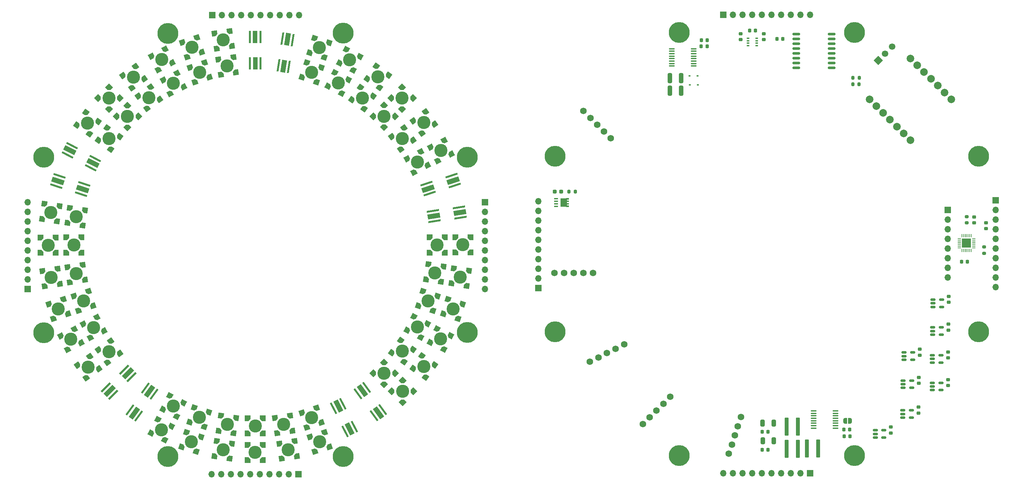
<source format=gbr>
%TF.GenerationSoftware,KiCad,Pcbnew,(6.0.9)*%
%TF.CreationDate,2022-12-31T16:19:11-08:00*%
%TF.ProjectId,LEDArray,4c454441-7272-4617-992e-6b696361645f,rev?*%
%TF.SameCoordinates,Original*%
%TF.FileFunction,Soldermask,Top*%
%TF.FilePolarity,Negative*%
%FSLAX46Y46*%
G04 Gerber Fmt 4.6, Leading zero omitted, Abs format (unit mm)*
G04 Created by KiCad (PCBNEW (6.0.9)) date 2022-12-31 16:19:11*
%MOMM*%
%LPD*%
G01*
G04 APERTURE LIST*
G04 Aperture macros list*
%AMRoundRect*
0 Rectangle with rounded corners*
0 $1 Rounding radius*
0 $2 $3 $4 $5 $6 $7 $8 $9 X,Y pos of 4 corners*
0 Add a 4 corners polygon primitive as box body*
4,1,4,$2,$3,$4,$5,$6,$7,$8,$9,$2,$3,0*
0 Add four circle primitives for the rounded corners*
1,1,$1+$1,$2,$3*
1,1,$1+$1,$4,$5*
1,1,$1+$1,$6,$7*
1,1,$1+$1,$8,$9*
0 Add four rect primitives between the rounded corners*
20,1,$1+$1,$2,$3,$4,$5,0*
20,1,$1+$1,$4,$5,$6,$7,0*
20,1,$1+$1,$6,$7,$8,$9,0*
20,1,$1+$1,$8,$9,$2,$3,0*%
%AMHorizOval*
0 Thick line with rounded ends*
0 $1 width*
0 $2 $3 position (X,Y) of the first rounded end (center of the circle)*
0 $4 $5 position (X,Y) of the second rounded end (center of the circle)*
0 Add line between two ends*
20,1,$1,$2,$3,$4,$5,0*
0 Add two circle primitives to create the rounded ends*
1,1,$1,$2,$3*
1,1,$1,$4,$5*%
%AMRotRect*
0 Rectangle, with rotation*
0 The origin of the aperture is its center*
0 $1 length*
0 $2 width*
0 $3 Rotation angle, in degrees counterclockwise*
0 Add horizontal line*
21,1,$1,$2,0,0,$3*%
%AMOutline5P*
0 Free polygon, 5 corners , with rotation*
0 The origin of the aperture is its center*
0 number of corners: always 5*
0 $1 to $10 corner X, Y*
0 $11 Rotation angle, in degrees counterclockwise*
0 create outline with 5 corners*
4,1,5,$1,$2,$3,$4,$5,$6,$7,$8,$9,$10,$1,$2,$11*%
%AMOutline6P*
0 Free polygon, 6 corners , with rotation*
0 The origin of the aperture is its center*
0 number of corners: always 6*
0 $1 to $12 corner X, Y*
0 $13 Rotation angle, in degrees counterclockwise*
0 create outline with 6 corners*
4,1,6,$1,$2,$3,$4,$5,$6,$7,$8,$9,$10,$11,$12,$1,$2,$13*%
%AMOutline7P*
0 Free polygon, 7 corners , with rotation*
0 The origin of the aperture is its center*
0 number of corners: always 7*
0 $1 to $14 corner X, Y*
0 $15 Rotation angle, in degrees counterclockwise*
0 create outline with 7 corners*
4,1,7,$1,$2,$3,$4,$5,$6,$7,$8,$9,$10,$11,$12,$13,$14,$1,$2,$15*%
%AMOutline8P*
0 Free polygon, 8 corners , with rotation*
0 The origin of the aperture is its center*
0 number of corners: always 8*
0 $1 to $16 corner X, Y*
0 $17 Rotation angle, in degrees counterclockwise*
0 create outline with 8 corners*
4,1,8,$1,$2,$3,$4,$5,$6,$7,$8,$9,$10,$11,$12,$13,$14,$15,$16,$1,$2,$17*%
%AMFreePoly0*
4,1,22,0.500000,-0.750000,0.000000,-0.750000,0.000000,-0.745033,-0.079941,-0.743568,-0.215256,-0.701293,-0.333266,-0.622738,-0.424486,-0.514219,-0.481581,-0.384460,-0.499164,-0.250000,-0.500000,-0.250000,-0.500000,0.250000,-0.499164,0.250000,-0.499963,0.256109,-0.478152,0.396186,-0.417904,0.524511,-0.324060,0.630769,-0.204165,0.706417,-0.067858,0.745374,0.000000,0.744959,0.000000,0.750000,
0.500000,0.750000,0.500000,-0.750000,0.500000,-0.750000,$1*%
%AMFreePoly1*
4,1,20,0.000000,0.744959,0.073905,0.744508,0.209726,0.703889,0.328688,0.626782,0.421226,0.519385,0.479903,0.390333,0.500000,0.250000,0.500000,-0.250000,0.499851,-0.262216,0.476331,-0.402017,0.414519,-0.529596,0.319384,-0.634700,0.198574,-0.708877,0.061801,-0.746166,0.000000,-0.745033,0.000000,-0.750000,-0.500000,-0.750000,-0.500000,0.750000,0.000000,0.750000,0.000000,0.744959,
0.000000,0.744959,$1*%
%AMFreePoly2*
4,1,21,1.372500,0.787500,0.862500,0.787500,0.862500,0.532500,1.372500,0.532500,1.372500,0.127500,0.862500,0.127500,0.862500,-0.127500,1.372500,-0.127500,1.372500,-0.532500,0.862500,-0.532500,0.862500,-0.787500,1.372500,-0.787500,1.372500,-1.195000,0.612500,-1.195000,0.612500,-1.117500,-0.862500,-1.117500,-0.862500,1.117500,0.612500,1.117500,0.612500,1.195000,1.372500,1.195000,
1.372500,0.787500,1.372500,0.787500,$1*%
G04 Aperture macros list end*
%ADD10RoundRect,0.225000X-0.225000X-0.250000X0.225000X-0.250000X0.225000X0.250000X-0.225000X0.250000X0*%
%ADD11RoundRect,0.225000X0.250000X-0.225000X0.250000X0.225000X-0.250000X0.225000X-0.250000X-0.225000X0*%
%ADD12RoundRect,0.250000X-0.275000X-2.125000X0.275000X-2.125000X0.275000X2.125000X-0.275000X2.125000X0*%
%ADD13C,5.500000*%
%ADD14Outline5P,-0.735000X0.735000X0.220500X0.735000X0.735000X0.220500X0.735000X-0.735000X-0.735000X-0.735000X153.000000*%
%ADD15Outline5P,-0.735000X0.735000X0.220500X0.735000X0.735000X0.220500X0.735000X-0.735000X-0.735000X-0.735000X63.000000*%
%ADD16Outline5P,-0.735000X0.735000X0.735000X0.735000X0.735000X-0.220500X0.220500X-0.735000X-0.735000X-0.735000X333.000000*%
%ADD17Outline5P,-0.735000X0.735000X0.220500X0.735000X0.735000X0.220500X0.735000X-0.735000X-0.735000X-0.735000X333.000000*%
%ADD18C,0.800000*%
%ADD19C,3.450000*%
%ADD20R,1.700000X1.700000*%
%ADD21O,1.700000X1.700000*%
%ADD22R,0.600000X0.450000*%
%ADD23RoundRect,0.150000X-0.875000X-0.150000X0.875000X-0.150000X0.875000X0.150000X-0.875000X0.150000X0*%
%ADD24RoundRect,0.150000X-0.512500X-0.150000X0.512500X-0.150000X0.512500X0.150000X-0.512500X0.150000X0*%
%ADD25Outline5P,-0.735000X0.735000X0.220500X0.735000X0.735000X0.220500X0.735000X-0.735000X-0.735000X-0.735000X54.000000*%
%ADD26Outline5P,-0.735000X0.735000X0.220500X0.735000X0.735000X0.220500X0.735000X-0.735000X-0.735000X-0.735000X144.000000*%
%ADD27Outline5P,-0.735000X0.735000X0.735000X0.735000X0.735000X-0.220500X0.220500X-0.735000X-0.735000X-0.735000X324.000000*%
%ADD28Outline5P,-0.735000X0.735000X0.220500X0.735000X0.735000X0.220500X0.735000X-0.735000X-0.735000X-0.735000X324.000000*%
%ADD29Outline5P,-0.735000X0.735000X0.220500X0.735000X0.735000X0.220500X0.735000X-0.735000X-0.735000X-0.735000X270.000000*%
%ADD30Outline5P,-0.735000X0.735000X0.220500X0.735000X0.735000X0.220500X0.735000X-0.735000X-0.735000X-0.735000X180.000000*%
%ADD31Outline5P,-0.735000X0.735000X0.220500X0.735000X0.735000X0.220500X0.735000X-0.735000X-0.735000X-0.735000X90.000000*%
%ADD32Outline5P,-0.735000X0.735000X0.735000X0.735000X0.735000X-0.220500X0.220500X-0.735000X-0.735000X-0.735000X90.000000*%
%ADD33Outline5P,-0.735000X0.735000X0.220500X0.735000X0.735000X0.220500X0.735000X-0.735000X-0.735000X-0.735000X288.000000*%
%ADD34Outline5P,-0.735000X0.735000X0.220500X0.735000X0.735000X0.220500X0.735000X-0.735000X-0.735000X-0.735000X18.000000*%
%ADD35Outline5P,-0.735000X0.735000X0.735000X0.735000X0.735000X-0.220500X0.220500X-0.735000X-0.735000X-0.735000X198.000000*%
%ADD36Outline5P,-0.735000X0.735000X0.220500X0.735000X0.735000X0.220500X0.735000X-0.735000X-0.735000X-0.735000X198.000000*%
%ADD37Outline5P,-0.735000X0.735000X0.220500X0.735000X0.735000X0.220500X0.735000X-0.735000X-0.735000X-0.735000X27.000000*%
%ADD38Outline5P,-0.735000X0.735000X0.220500X0.735000X0.735000X0.220500X0.735000X-0.735000X-0.735000X-0.735000X117.000000*%
%ADD39Outline5P,-0.735000X0.735000X0.735000X0.735000X0.735000X-0.220500X0.220500X-0.735000X-0.735000X-0.735000X297.000000*%
%ADD40Outline5P,-0.735000X0.735000X0.220500X0.735000X0.735000X0.220500X0.735000X-0.735000X-0.735000X-0.735000X297.000000*%
%ADD41Outline5P,-0.735000X0.735000X0.220500X0.735000X0.735000X0.220500X0.735000X-0.735000X-0.735000X-0.735000X234.000000*%
%ADD42Outline5P,-0.735000X0.735000X0.735000X0.735000X0.735000X-0.220500X0.220500X-0.735000X-0.735000X-0.735000X234.000000*%
%ADD43Outline5P,-0.735000X0.735000X0.220500X0.735000X0.735000X0.220500X0.735000X-0.735000X-0.735000X-0.735000X9.000000*%
%ADD44Outline5P,-0.735000X0.735000X0.220500X0.735000X0.735000X0.220500X0.735000X-0.735000X-0.735000X-0.735000X279.000000*%
%ADD45Outline5P,-0.735000X0.735000X0.735000X0.735000X0.735000X-0.220500X0.220500X-0.735000X-0.735000X-0.735000X189.000000*%
%ADD46Outline5P,-0.735000X0.735000X0.220500X0.735000X0.735000X0.220500X0.735000X-0.735000X-0.735000X-0.735000X189.000000*%
%ADD47Outline5P,-0.735000X0.735000X0.220500X0.735000X0.735000X0.220500X0.735000X-0.735000X-0.735000X-0.735000X315.000000*%
%ADD48Outline5P,-0.735000X0.735000X0.220500X0.735000X0.735000X0.220500X0.735000X-0.735000X-0.735000X-0.735000X45.000000*%
%ADD49Outline5P,-0.735000X0.735000X0.220500X0.735000X0.735000X0.220500X0.735000X-0.735000X-0.735000X-0.735000X225.000000*%
%ADD50Outline5P,-0.735000X0.735000X0.735000X0.735000X0.735000X-0.220500X0.220500X-0.735000X-0.735000X-0.735000X225.000000*%
%ADD51Outline5P,-0.735000X0.735000X0.220500X0.735000X0.735000X0.220500X0.735000X-0.735000X-0.735000X-0.735000X243.000000*%
%ADD52Outline5P,-0.735000X0.735000X0.735000X0.735000X0.735000X-0.220500X0.220500X-0.735000X-0.735000X-0.735000X243.000000*%
%ADD53Outline5P,-0.735000X0.735000X0.220500X0.735000X0.735000X0.220500X0.735000X-0.735000X-0.735000X-0.735000X351.000000*%
%ADD54Outline5P,-0.735000X0.735000X0.220500X0.735000X0.735000X0.220500X0.735000X-0.735000X-0.735000X-0.735000X261.000000*%
%ADD55Outline5P,-0.735000X0.735000X0.735000X0.735000X0.735000X-0.220500X0.220500X-0.735000X-0.735000X-0.735000X171.000000*%
%ADD56Outline5P,-0.735000X0.735000X0.220500X0.735000X0.735000X0.220500X0.735000X-0.735000X-0.735000X-0.735000X171.000000*%
%ADD57RoundRect,0.225000X-0.250000X0.225000X-0.250000X-0.225000X0.250000X-0.225000X0.250000X0.225000X0*%
%ADD58RotRect,0.500000X3.250000X135.000000*%
%ADD59RotRect,1.300000X3.250000X135.000000*%
%ADD60Outline5P,-0.735000X0.735000X0.220500X0.735000X0.735000X0.220500X0.735000X-0.735000X-0.735000X-0.735000X0.000000*%
%ADD61Outline5P,-0.735000X0.735000X0.735000X0.735000X0.735000X-0.220500X0.220500X-0.735000X-0.735000X-0.735000X180.000000*%
%ADD62RoundRect,0.200000X-0.275000X0.200000X-0.275000X-0.200000X0.275000X-0.200000X0.275000X0.200000X0*%
%ADD63RoundRect,0.200000X-0.200000X-0.275000X0.200000X-0.275000X0.200000X0.275000X-0.200000X0.275000X0*%
%ADD64RoundRect,0.050000X0.050000X-0.362500X0.050000X0.362500X-0.050000X0.362500X-0.050000X-0.362500X0*%
%ADD65RoundRect,0.050000X0.362500X-0.050000X0.362500X0.050000X-0.362500X0.050000X-0.362500X-0.050000X0*%
%ADD66R,2.350000X2.350000*%
%ADD67Outline5P,-0.735000X0.735000X0.220500X0.735000X0.735000X0.220500X0.735000X-0.735000X-0.735000X-0.735000X99.000000*%
%ADD68Outline5P,-0.735000X0.735000X0.735000X0.735000X0.735000X-0.220500X0.220500X-0.735000X-0.735000X-0.735000X9.000000*%
%ADD69Outline5P,-0.735000X0.735000X0.220500X0.735000X0.735000X0.220500X0.735000X-0.735000X-0.735000X-0.735000X216.000000*%
%ADD70Outline5P,-0.735000X0.735000X0.220500X0.735000X0.735000X0.220500X0.735000X-0.735000X-0.735000X-0.735000X126.000000*%
%ADD71Outline5P,-0.735000X0.735000X0.735000X0.735000X0.735000X-0.220500X0.220500X-0.735000X-0.735000X-0.735000X36.000000*%
%ADD72Outline5P,-0.735000X0.735000X0.220500X0.735000X0.735000X0.220500X0.735000X-0.735000X-0.735000X-0.735000X36.000000*%
%ADD73Outline5P,-0.735000X0.735000X0.220500X0.735000X0.735000X0.220500X0.735000X-0.735000X-0.735000X-0.735000X108.000000*%
%ADD74Outline5P,-0.735000X0.735000X0.735000X0.735000X0.735000X-0.220500X0.220500X-0.735000X-0.735000X-0.735000X108.000000*%
%ADD75RotRect,0.500000X3.300000X144.000000*%
%ADD76RotRect,1.300000X3.300000X144.000000*%
%ADD77Outline5P,-0.735000X0.735000X0.735000X0.735000X0.735000X-0.220500X0.220500X-0.735000X-0.735000X-0.735000X270.000000*%
%ADD78Outline5P,-0.735000X0.735000X0.735000X0.735000X0.735000X-0.220500X0.220500X-0.735000X-0.735000X-0.735000X18.000000*%
%ADD79C,1.750000*%
%ADD80Outline5P,-0.735000X0.735000X0.735000X0.735000X0.735000X-0.220500X0.220500X-0.735000X-0.735000X-0.735000X153.000000*%
%ADD81RoundRect,0.237500X0.287500X0.237500X-0.287500X0.237500X-0.287500X-0.237500X0.287500X-0.237500X0*%
%ADD82Outline5P,-0.735000X0.735000X0.220500X0.735000X0.735000X0.220500X0.735000X-0.735000X-0.735000X-0.735000X81.000000*%
%ADD83Outline5P,-0.735000X0.735000X0.735000X0.735000X0.735000X-0.220500X0.220500X-0.735000X-0.735000X-0.735000X261.000000*%
%ADD84RotRect,0.500000X3.250000X279.000000*%
%ADD85RotRect,1.300000X3.250000X279.000000*%
%ADD86RoundRect,0.100000X-0.637500X-0.100000X0.637500X-0.100000X0.637500X0.100000X-0.637500X0.100000X0*%
%ADD87Outline5P,-0.735000X0.735000X0.735000X0.735000X0.735000X-0.220500X0.220500X-0.735000X-0.735000X-0.735000X81.000000*%
%ADD88RoundRect,0.250000X-0.312500X-1.075000X0.312500X-1.075000X0.312500X1.075000X-0.312500X1.075000X0*%
%ADD89RoundRect,0.250000X-0.325000X-0.650000X0.325000X-0.650000X0.325000X0.650000X-0.325000X0.650000X0*%
%ADD90Outline5P,-0.735000X0.735000X0.220500X0.735000X0.735000X0.220500X0.735000X-0.735000X-0.735000X-0.735000X162.000000*%
%ADD91Outline5P,-0.735000X0.735000X0.220500X0.735000X0.735000X0.220500X0.735000X-0.735000X-0.735000X-0.735000X72.000000*%
%ADD92Outline5P,-0.735000X0.735000X0.735000X0.735000X0.735000X-0.220500X0.220500X-0.735000X-0.735000X-0.735000X342.000000*%
%ADD93Outline5P,-0.735000X0.735000X0.220500X0.735000X0.735000X0.220500X0.735000X-0.735000X-0.735000X-0.735000X342.000000*%
%ADD94RotRect,0.500000X3.300000X216.000000*%
%ADD95RotRect,1.300000X3.300000X216.000000*%
%ADD96Outline5P,-0.735000X0.735000X0.735000X0.735000X0.735000X-0.220500X0.220500X-0.735000X-0.735000X-0.735000X252.000000*%
%ADD97Outline5P,-0.735000X0.735000X0.220500X0.735000X0.735000X0.220500X0.735000X-0.735000X-0.735000X-0.735000X252.000000*%
%ADD98RoundRect,0.250000X0.275000X2.125000X-0.275000X2.125000X-0.275000X-2.125000X0.275000X-2.125000X0*%
%ADD99RoundRect,0.225000X0.225000X0.250000X-0.225000X0.250000X-0.225000X-0.250000X0.225000X-0.250000X0*%
%ADD100RotRect,0.500000X3.250000X63.000000*%
%ADD101RotRect,1.300000X3.250000X63.000000*%
%ADD102R,0.500000X3.300000*%
%ADD103R,1.300000X3.300000*%
%ADD104RotRect,0.500000X3.300000X288.000000*%
%ADD105RotRect,1.300000X3.300000X288.000000*%
%ADD106Outline5P,-0.735000X0.735000X0.220500X0.735000X0.735000X0.220500X0.735000X-0.735000X-0.735000X-0.735000X207.000000*%
%ADD107Outline5P,-0.735000X0.735000X0.735000X0.735000X0.735000X-0.220500X0.220500X-0.735000X-0.735000X-0.735000X27.000000*%
%ADD108Outline5P,-0.735000X0.735000X0.220500X0.735000X0.735000X0.220500X0.735000X-0.735000X-0.735000X-0.735000X135.000000*%
%ADD109Outline5P,-0.735000X0.735000X0.735000X0.735000X0.735000X-0.220500X0.220500X-0.735000X-0.735000X-0.735000X45.000000*%
%ADD110Outline5P,-0.735000X0.735000X0.735000X0.735000X0.735000X-0.220500X0.220500X-0.735000X-0.735000X-0.735000X117.000000*%
%ADD111FreePoly0,0.000000*%
%ADD112FreePoly1,0.000000*%
%ADD113Outline5P,-0.735000X0.735000X0.735000X0.735000X0.735000X-0.220500X0.220500X-0.735000X-0.735000X-0.735000X54.000000*%
%ADD114Outline5P,-0.735000X0.735000X0.735000X0.735000X0.735000X-0.220500X0.220500X-0.735000X-0.735000X-0.735000X162.000000*%
%ADD115RoundRect,0.200000X0.200000X0.275000X-0.200000X0.275000X-0.200000X-0.275000X0.200000X-0.275000X0*%
%ADD116RotRect,0.500000X3.300000X72.000000*%
%ADD117RotRect,1.300000X3.300000X72.000000*%
%ADD118RotRect,0.500000X3.250000X351.000000*%
%ADD119RotRect,1.300000X3.250000X351.000000*%
%ADD120Outline5P,-0.735000X0.735000X0.220500X0.735000X0.735000X0.220500X0.735000X-0.735000X-0.735000X-0.735000X306.000000*%
%ADD121Outline5P,-0.735000X0.735000X0.735000X0.735000X0.735000X-0.220500X0.220500X-0.735000X-0.735000X-0.735000X126.000000*%
%ADD122Outline5P,-0.735000X0.735000X0.735000X0.735000X0.735000X-0.220500X0.220500X-0.735000X-0.735000X-0.735000X315.000000*%
%ADD123Outline5P,-0.735000X0.735000X0.735000X0.735000X0.735000X-0.220500X0.220500X-0.735000X-0.735000X-0.735000X99.000000*%
%ADD124Outline5P,-0.735000X0.735000X0.735000X0.735000X0.735000X-0.220500X0.220500X-0.735000X-0.735000X-0.735000X306.000000*%
%ADD125RotRect,0.500000X3.250000X207.000000*%
%ADD126RotRect,1.300000X3.250000X207.000000*%
%ADD127C,2.000000*%
%ADD128R,0.700000X0.350000*%
%ADD129RotRect,1.700000X1.700000X135.000000*%
%ADD130HorizOval,1.700000X0.000000X0.000000X0.000000X0.000000X0*%
%ADD131R,0.990000X0.405000*%
%ADD132FreePoly2,0.000000*%
G04 APERTURE END LIST*
D10*
%TO.C,C17*%
X199500000Y-28900000D03*
X201050000Y-28900000D03*
%TD*%
D11*
%TO.C,C37*%
X256950000Y-111875001D03*
X256950000Y-110325001D03*
%TD*%
D12*
%TO.C,R17*%
X227275000Y-136425000D03*
X230225000Y-136425000D03*
%TD*%
D10*
%TO.C,C16*%
X199450000Y-30550000D03*
X201000000Y-30550000D03*
%TD*%
D13*
%TO.C,H7*%
X105200000Y-138600000D03*
%TD*%
D14*
%TO.C,D45*%
X109589994Y-33225968D03*
D15*
X107774032Y-36789994D03*
D16*
X106025968Y-31410006D03*
D17*
X104210006Y-34974032D03*
D18*
X106900000Y-34100000D03*
D19*
X106900000Y-34100000D03*
%TD*%
D20*
%TO.C,J4*%
X22100000Y-94425000D03*
D21*
X22100000Y-91885000D03*
X22100000Y-89345000D03*
X22100000Y-86805000D03*
X22100000Y-84265000D03*
X22100000Y-81725000D03*
X22100000Y-79185000D03*
X22100000Y-76645000D03*
X22100000Y-74105000D03*
X22100000Y-71565000D03*
%TD*%
D20*
%TO.C,J8*%
X156550000Y-94200000D03*
D21*
X156550000Y-91660000D03*
X156550000Y-89120000D03*
X156550000Y-86580000D03*
X156550000Y-84040000D03*
X156550000Y-81500000D03*
X156550000Y-78960000D03*
X156550000Y-76420000D03*
X156550000Y-73880000D03*
X156550000Y-71340000D03*
%TD*%
D22*
%TO.C,D82*%
X196425000Y-40650000D03*
X198525000Y-40650000D03*
%TD*%
D23*
%TO.C,U22*%
X224500000Y-27330000D03*
X224500000Y-28600000D03*
X224500000Y-29870000D03*
X224500000Y-31140000D03*
X224500000Y-32410000D03*
X224500000Y-33680000D03*
X224500000Y-34950000D03*
X224500000Y-36220000D03*
X233800000Y-36220000D03*
X233800000Y-34950000D03*
X233800000Y-33680000D03*
X233800000Y-32410000D03*
X233800000Y-31140000D03*
X233800000Y-29870000D03*
X233800000Y-28600000D03*
X233800000Y-27330000D03*
%TD*%
D24*
%TO.C,U3*%
X260492500Y-97255000D03*
X260492500Y-98205000D03*
X260492500Y-99155000D03*
X262767500Y-99155000D03*
X262767500Y-97255000D03*
%TD*%
D25*
%TO.C,D5*%
X110666117Y-46921593D03*
D26*
X113017258Y-43685526D03*
D27*
X109781191Y-41334385D03*
D28*
X107430050Y-44570452D03*
D19*
X110223654Y-44127989D03*
D18*
X110223654Y-44127989D03*
%TD*%
D29*
%TO.C,D72*%
X25500000Y-80900000D03*
D30*
X29500000Y-80900000D03*
D31*
X29500000Y-84900000D03*
D32*
X25500000Y-84900000D03*
D19*
X27500000Y-82900000D03*
D18*
X27500000Y-82900000D03*
%TD*%
D10*
%TO.C,C33*%
X215475002Y-132049999D03*
X217025002Y-132049999D03*
%TD*%
D33*
%TO.C,D60*%
X96479853Y-133415921D03*
D34*
X97715921Y-137220147D03*
D35*
X101520147Y-135984079D03*
D36*
X100284079Y-132179853D03*
D18*
X99000000Y-134700000D03*
D19*
X99000000Y-134700000D03*
%TD*%
D37*
%TO.C,D49*%
X130025968Y-60689994D03*
D38*
X133589994Y-58874032D03*
D39*
X131774032Y-55310006D03*
D40*
X128210006Y-57125968D03*
D18*
X130900000Y-58000000D03*
D19*
X130900000Y-58000000D03*
%TD*%
D28*
%TO.C,D15*%
X117971050Y-111245452D03*
D25*
X121207117Y-113596593D03*
D41*
X120322191Y-108009385D03*
D42*
X123558258Y-110360526D03*
D19*
X120764654Y-110802989D03*
D18*
X120764654Y-110802989D03*
%TD*%
D43*
%TO.C,D20*%
X87860146Y-132395235D03*
D44*
X87234408Y-128444481D03*
D45*
X91810900Y-131769497D03*
D46*
X91185162Y-127818743D03*
D18*
X89522654Y-130106989D03*
D19*
X89522654Y-130106989D03*
%TD*%
D47*
%TO.C,D16*%
X113110227Y-116644989D03*
D48*
X115938654Y-119473416D03*
D49*
X115938654Y-113816562D03*
D50*
X118767081Y-116644989D03*
D18*
X115938654Y-116644989D03*
D19*
X115938654Y-116644989D03*
%TD*%
D15*
%TO.C,D14*%
X125575686Y-107142983D03*
D17*
X122011660Y-105327021D03*
D51*
X123827622Y-101762995D03*
D52*
X127391648Y-103578957D03*
D19*
X124701654Y-104452989D03*
D18*
X124701654Y-104452989D03*
%TD*%
D13*
%TO.C,H11*%
X272450000Y-105675000D03*
%TD*%
D24*
%TO.C,U1*%
X245262500Y-131650000D03*
X245262500Y-132600000D03*
X245262500Y-133550000D03*
X247537500Y-133550000D03*
X247537500Y-131650000D03*
%TD*%
D13*
%TO.C,H6*%
X137850000Y-105925000D03*
%TD*%
D43*
%TO.C,D61*%
X89037492Y-139088246D03*
D44*
X88411754Y-135137492D03*
D46*
X92362508Y-134511754D03*
D45*
X92988246Y-138462508D03*
D19*
X90700000Y-136800000D03*
D18*
X90700000Y-136800000D03*
%TD*%
D53*
%TO.C,D63*%
X71311754Y-138462508D03*
D54*
X71937492Y-134511754D03*
D55*
X75262508Y-139088246D03*
D56*
X75888246Y-135137492D03*
D18*
X73600000Y-136800000D03*
D19*
X73600000Y-136800000D03*
%TD*%
D11*
%TO.C,C11*%
X274400000Y-78550000D03*
X274400000Y-77000000D03*
%TD*%
D57*
%TO.C,C8*%
X209800000Y-27200000D03*
X209800000Y-28750000D03*
%TD*%
D58*
%TO.C,D67*%
X42727728Y-120327728D03*
X44672272Y-122272272D03*
D59*
X43700000Y-121300000D03*
D18*
X43700000Y-121300000D03*
%TD*%
D60*
%TO.C,D21*%
X80029654Y-132487989D03*
D29*
X80029654Y-128487989D03*
D30*
X84029654Y-128487989D03*
D61*
X84029654Y-132487989D03*
D19*
X82029654Y-130487989D03*
D18*
X82029654Y-130487989D03*
%TD*%
D62*
%TO.C,R8*%
X269325000Y-75375000D03*
X269325000Y-77025000D03*
%TD*%
D63*
%TO.C,R19*%
X239400000Y-38800000D03*
X241050000Y-38800000D03*
%TD*%
D13*
%TO.C,H9*%
X239800000Y-26875000D03*
%TD*%
D11*
%TO.C,C9*%
X256755000Y-119255001D03*
X256755000Y-117705001D03*
%TD*%
D64*
%TO.C,U9*%
X268100000Y-84312500D03*
X268500000Y-84312500D03*
X268900000Y-84312500D03*
X269300000Y-84312500D03*
X269700000Y-84312500D03*
X270100000Y-84312500D03*
X270500000Y-84312500D03*
D65*
X271237500Y-83575000D03*
X271237500Y-83175000D03*
X271237500Y-82775000D03*
X271237500Y-82375000D03*
X271237500Y-81975000D03*
X271237500Y-81575000D03*
X271237500Y-81175000D03*
D64*
X270500000Y-80437500D03*
X270100000Y-80437500D03*
X269700000Y-80437500D03*
X269300000Y-80437500D03*
X268900000Y-80437500D03*
X268500000Y-80437500D03*
X268100000Y-80437500D03*
D65*
X267362500Y-81175000D03*
X267362500Y-81575000D03*
X267362500Y-81975000D03*
X267362500Y-82375000D03*
X267362500Y-82775000D03*
X267362500Y-83175000D03*
X267362500Y-83575000D03*
D66*
X269300000Y-82375000D03*
%TD*%
D53*
%TO.C,D22*%
X72375408Y-131769497D03*
D54*
X73001146Y-127818743D03*
D55*
X76326162Y-132395235D03*
D56*
X76951900Y-128444481D03*
D18*
X74663654Y-130106989D03*
D19*
X74663654Y-130106989D03*
%TD*%
D46*
%TO.C,D81*%
X75262508Y-26511754D03*
D67*
X75888246Y-30462508D03*
D43*
X71937492Y-31088246D03*
D68*
X71311754Y-27137492D03*
D18*
X73600000Y-28800000D03*
D19*
X73600000Y-28800000D03*
%TD*%
D69*
%TO.C,D38*%
X54442463Y-41306396D03*
D70*
X56793604Y-44542463D03*
D71*
X51206396Y-43657537D03*
D72*
X53557537Y-46893604D03*
D19*
X54000000Y-44100000D03*
D18*
X54000000Y-44100000D03*
%TD*%
D33*
%TO.C,D19*%
X94368507Y-127044910D03*
D34*
X95604575Y-130849136D03*
D35*
X99408801Y-129613068D03*
D36*
X98172733Y-125808842D03*
D18*
X96888654Y-128328989D03*
D19*
X96888654Y-128328989D03*
%TD*%
D13*
%TO.C,H13*%
X161000000Y-105675000D03*
%TD*%
D33*
%TO.C,D29*%
X34297507Y-96310910D03*
D36*
X38101733Y-95074842D03*
D73*
X39337801Y-98879068D03*
D74*
X35533575Y-100115136D03*
D19*
X36817654Y-97594989D03*
D18*
X36817654Y-97594989D03*
%TD*%
D24*
%TO.C,U8*%
X260275000Y-111905000D03*
X260275000Y-112855000D03*
X260275000Y-113805000D03*
X262550000Y-113805000D03*
X262550000Y-111905000D03*
%TD*%
D11*
%TO.C,C10*%
X264412500Y-112605001D03*
X264412500Y-111055001D03*
%TD*%
D75*
%TO.C,D25*%
X53084030Y-120521090D03*
X55349278Y-122166888D03*
D18*
X54251574Y-121338458D03*
D76*
X54216654Y-121343989D03*
%TD*%
D31*
%TO.C,D11*%
X131908654Y-84862989D03*
D60*
X127908654Y-84862989D03*
D77*
X131908654Y-80862989D03*
D29*
X127908654Y-80862989D03*
D18*
X129908654Y-82862989D03*
D19*
X129908654Y-82862989D03*
%TD*%
D36*
%TO.C,D40*%
X68684079Y-34879853D03*
D73*
X69920147Y-38684079D03*
D78*
X64879853Y-36115921D03*
D34*
X66115921Y-39920147D03*
D19*
X67400000Y-37400000D03*
D18*
X67400000Y-37400000D03*
%TD*%
D67*
%TO.C,D41*%
X76925738Y-37350754D03*
D46*
X76300000Y-33400000D03*
D43*
X72974984Y-37976492D03*
D68*
X72349246Y-34025738D03*
D19*
X74637492Y-35688246D03*
D18*
X74637492Y-35688246D03*
%TD*%
D10*
%TO.C,C29*%
X215500002Y-136824999D03*
X217050002Y-136824999D03*
%TD*%
D11*
%TO.C,C5*%
X264437500Y-119850001D03*
X264437500Y-118300001D03*
%TD*%
D62*
%TO.C,R9*%
X273925000Y-83400000D03*
X273925000Y-85050000D03*
%TD*%
D79*
%TO.C,U13*%
X160820000Y-90195000D03*
X163360000Y-90195000D03*
X165900000Y-90195000D03*
X168440000Y-90195000D03*
X170980000Y-90195000D03*
%TD*%
%TO.C,U12*%
X206727245Y-137811077D03*
X207512148Y-135395394D03*
X208297051Y-132979710D03*
X209081954Y-130564026D03*
X209866857Y-128148343D03*
%TD*%
D51*
%TO.C,D65*%
X56425968Y-128810006D03*
D17*
X54610006Y-132374032D03*
D14*
X59989994Y-130625968D03*
D80*
X58174032Y-134189994D03*
D19*
X57300000Y-131500000D03*
D18*
X57300000Y-131500000D03*
%TD*%
D81*
%TO.C,D84*%
X162600000Y-68775000D03*
X160850000Y-68775000D03*
%TD*%
D11*
%TO.C,C12*%
X271250000Y-77025000D03*
X271250000Y-75475000D03*
%TD*%
D24*
%TO.C,U21*%
X252812500Y-111175000D03*
X252812500Y-112125000D03*
X252812500Y-113075000D03*
X255087500Y-113075000D03*
X255087500Y-111175000D03*
%TD*%
D53*
%TO.C,D12*%
X126985408Y-91891497D03*
D82*
X130936162Y-92517235D03*
D83*
X131561900Y-88566481D03*
D54*
X127611146Y-87940743D03*
D19*
X129273654Y-90228989D03*
D18*
X129273654Y-90228989D03*
%TD*%
D84*
%TO.C,D10*%
X129234751Y-76601060D03*
X128804557Y-73884918D03*
D18*
X129019654Y-75242989D03*
D85*
X129019654Y-75242989D03*
%TD*%
D15*
%TO.C,D4*%
X104747686Y-42880983D03*
D14*
X106563648Y-39316957D03*
D16*
X102999622Y-37500995D03*
D17*
X101183660Y-41065021D03*
D19*
X103873654Y-40190989D03*
D18*
X103873654Y-40190989D03*
%TD*%
D11*
%TO.C,C1*%
X249400000Y-132350000D03*
X249400000Y-130800000D03*
%TD*%
%TO.C,C2*%
X264480000Y-105255001D03*
X264480000Y-103705001D03*
%TD*%
D86*
%TO.C,U10*%
X191712500Y-31175000D03*
X191712500Y-31825000D03*
X191712500Y-32475000D03*
X191712500Y-33125000D03*
X191712500Y-33775000D03*
X191712500Y-34425000D03*
X191712500Y-35075000D03*
X191712500Y-35725000D03*
X197437500Y-35725000D03*
X197437500Y-35075000D03*
X197437500Y-34425000D03*
X197437500Y-33775000D03*
X197437500Y-33125000D03*
X197437500Y-32475000D03*
X197437500Y-31825000D03*
X197437500Y-31175000D03*
%TD*%
D54*
%TO.C,D32*%
X33250146Y-73081743D03*
D56*
X37200900Y-73707481D03*
D87*
X32624408Y-77032497D03*
D82*
X36575162Y-77658235D03*
D19*
X34912654Y-75369989D03*
D18*
X34912654Y-75369989D03*
%TD*%
D88*
%TO.C,F1*%
X191237500Y-38950000D03*
X194162500Y-38950000D03*
%TD*%
D89*
%TO.C,C28*%
X215575002Y-129724999D03*
X218525002Y-129724999D03*
%TD*%
D90*
%TO.C,D3*%
X99408801Y-36112910D03*
D91*
X98172733Y-39917136D03*
D92*
X95604575Y-34876842D03*
D93*
X94368507Y-38681068D03*
D18*
X96888654Y-37396989D03*
D19*
X96888654Y-37396989D03*
%TD*%
D94*
%TO.C,D17*%
X109091030Y-122039888D03*
X111356278Y-120394090D03*
D18*
X110229185Y-121182069D03*
D95*
X110223654Y-121216989D03*
%TD*%
D91*
%TO.C,D13*%
X128779733Y-100115136D03*
D93*
X124975507Y-98879068D03*
D96*
X130015801Y-96310910D03*
D97*
X126211575Y-95074842D03*
D18*
X127495654Y-97594989D03*
D19*
X127495654Y-97594989D03*
%TD*%
D13*
%TO.C,H5*%
X26375000Y-105950000D03*
%TD*%
D36*
%TO.C,D70*%
X31484079Y-97179853D03*
D33*
X27679853Y-98415921D03*
D73*
X32720147Y-100984079D03*
D74*
X28915921Y-102220147D03*
D18*
X30200000Y-99700000D03*
D19*
X30200000Y-99700000D03*
%TD*%
D11*
%TO.C,C4*%
X256655000Y-127105001D03*
X256655000Y-125555001D03*
%TD*%
D98*
%TO.C,R15*%
X224900000Y-136525000D03*
X221950000Y-136525000D03*
%TD*%
D10*
%TO.C,C35*%
X237000000Y-131425000D03*
X238550000Y-131425000D03*
%TD*%
D99*
%TO.C,C13*%
X269535000Y-87284999D03*
X267985000Y-87284999D03*
%TD*%
D100*
%TO.C,D75*%
X33824237Y-56674866D03*
X32575763Y-59125134D03*
D101*
X33200000Y-57900000D03*
D18*
X33200000Y-57900000D03*
%TD*%
D102*
%TO.C,D42*%
X83400000Y-28100000D03*
X80600000Y-28100000D03*
D18*
X81975000Y-28125000D03*
D103*
X82000000Y-28100000D03*
%TD*%
D13*
%TO.C,H8*%
X137850000Y-59775000D03*
%TD*%
%TO.C,H1*%
X59025000Y-27125000D03*
%TD*%
D60*
%TO.C,D62*%
X80000000Y-139500000D03*
D29*
X80000000Y-135500000D03*
D30*
X84000000Y-135500000D03*
D61*
X84000000Y-139500000D03*
D18*
X82000000Y-137500000D03*
D19*
X82000000Y-137500000D03*
%TD*%
D54*
%TO.C,D73*%
X26537492Y-72011754D03*
D56*
X30488246Y-72637492D03*
D82*
X29862508Y-76588246D03*
D87*
X25911754Y-75962508D03*
D19*
X28200000Y-74300000D03*
D18*
X28200000Y-74300000D03*
%TD*%
D24*
%TO.C,U4*%
X252517500Y-126405000D03*
X252517500Y-127355000D03*
X252517500Y-128305000D03*
X254792500Y-128305000D03*
X254792500Y-126405000D03*
%TD*%
D98*
%TO.C,R16*%
X224900000Y-130700000D03*
X221950000Y-130700000D03*
%TD*%
D104*
%TO.C,D50*%
X134532624Y-67231479D03*
X133667376Y-64568521D03*
D18*
X134068498Y-65883949D03*
D105*
X134100000Y-65900000D03*
%TD*%
D106*
%TO.C,D79*%
X58274032Y-31310006D03*
D38*
X60089994Y-34874032D03*
D37*
X56525968Y-36689994D03*
D107*
X54710006Y-33125968D03*
D18*
X57400000Y-34000000D03*
D19*
X57400000Y-34000000D03*
%TD*%
D49*
%TO.C,D77*%
X43500000Y-41371573D03*
D108*
X46328427Y-44200000D03*
D48*
X43500000Y-47028427D03*
D109*
X40671573Y-44200000D03*
D19*
X43500000Y-44200000D03*
D18*
X43500000Y-44200000D03*
%TD*%
D106*
%TO.C,D69*%
X34374032Y-105010006D03*
D40*
X30810006Y-106825968D03*
D110*
X32625968Y-110389994D03*
D38*
X36189994Y-108574032D03*
D18*
X33500000Y-107700000D03*
D19*
X33500000Y-107700000D03*
%TD*%
D51*
%TO.C,D24*%
X59565622Y-122590995D03*
D17*
X57749660Y-126155021D03*
D14*
X63129648Y-124406957D03*
D80*
X61313686Y-127970983D03*
D19*
X60439654Y-125280989D03*
D18*
X60439654Y-125280989D03*
%TD*%
D111*
%TO.C,JP2*%
X237300000Y-129150000D03*
D112*
X238600000Y-129150000D03*
%TD*%
D41*
%TO.C,D36*%
X43057537Y-52006396D03*
D26*
X46293604Y-54357537D03*
D113*
X40706396Y-55242463D03*
D25*
X43942463Y-57593604D03*
D19*
X43500000Y-54800000D03*
D18*
X43500000Y-54800000D03*
%TD*%
D20*
%TO.C,J5*%
X205225000Y-22275000D03*
D21*
X207765000Y-22275000D03*
X210305000Y-22275000D03*
X212845000Y-22275000D03*
X215385000Y-22275000D03*
X217925000Y-22275000D03*
X220465000Y-22275000D03*
X223005000Y-22275000D03*
X225545000Y-22275000D03*
X228085000Y-22275000D03*
%TD*%
D36*
%TO.C,D80*%
X66684079Y-28279853D03*
D73*
X67920147Y-32084079D03*
D34*
X64115921Y-33320147D03*
D78*
X62879853Y-29515921D03*
D18*
X65400000Y-30800000D03*
D19*
X65400000Y-30800000D03*
%TD*%
D13*
%TO.C,H15*%
X193650000Y-138325000D03*
%TD*%
D108*
%TO.C,D37*%
X51228427Y-49000000D03*
D49*
X48400000Y-46171573D03*
D109*
X45571573Y-49000000D03*
D48*
X48400000Y-51828427D03*
D19*
X48400000Y-49000000D03*
D18*
X48400000Y-49000000D03*
%TD*%
D20*
%TO.C,J2*%
X142500000Y-71575000D03*
D21*
X142500000Y-74115000D03*
X142500000Y-76655000D03*
X142500000Y-79195000D03*
X142500000Y-81735000D03*
X142500000Y-84275000D03*
X142500000Y-86815000D03*
X142500000Y-89355000D03*
X142500000Y-91895000D03*
X142500000Y-94435000D03*
%TD*%
D79*
%TO.C,U15*%
X184082898Y-130042102D03*
X185878949Y-128246051D03*
X187675000Y-126450000D03*
X189471051Y-124653949D03*
X191267102Y-122857898D03*
%TD*%
D13*
%TO.C,H12*%
X193625000Y-26850000D03*
%TD*%
D40*
%TO.C,D28*%
X36794660Y-103705957D03*
D106*
X40358686Y-101889995D03*
D38*
X42174648Y-105454021D03*
D110*
X38610622Y-107269983D03*
D18*
X39484654Y-104579989D03*
D19*
X39484654Y-104579989D03*
%TD*%
D79*
%TO.C,U11*%
X168457898Y-47582898D03*
X170253949Y-49378949D03*
X172050000Y-51175000D03*
X173846051Y-52971051D03*
X175642102Y-54767102D03*
%TD*%
D20*
%TO.C,J6*%
X276950000Y-71055000D03*
D21*
X276950000Y-73595000D03*
X276950000Y-76135000D03*
X276950000Y-78675000D03*
X276950000Y-81215000D03*
X276950000Y-83755000D03*
X276950000Y-86295000D03*
X276950000Y-88835000D03*
X276950000Y-91375000D03*
X276950000Y-93915000D03*
%TD*%
D38*
%TO.C,D8*%
X127391648Y-61893021D03*
D37*
X123827622Y-63708983D03*
D40*
X122011660Y-60144957D03*
D39*
X125575686Y-58328995D03*
D19*
X124701654Y-61018989D03*
D18*
X124701654Y-61018989D03*
%TD*%
D24*
%TO.C,U7*%
X252617500Y-118555000D03*
X252617500Y-119505000D03*
X252617500Y-120455000D03*
X254892500Y-120455000D03*
X254892500Y-118555000D03*
%TD*%
%TO.C,U5*%
X260300000Y-119150000D03*
X260300000Y-120100000D03*
X260300000Y-121050000D03*
X262575000Y-121050000D03*
X262575000Y-119150000D03*
%TD*%
D91*
%TO.C,D44*%
X100184079Y-33420147D03*
D90*
X101420147Y-29615921D03*
D93*
X96379853Y-32184079D03*
D92*
X97615921Y-28379853D03*
D19*
X98900000Y-30900000D03*
D18*
X98900000Y-30900000D03*
%TD*%
D97*
%TO.C,D64*%
X63915921Y-132179853D03*
D93*
X62679853Y-135984079D03*
D90*
X67720147Y-133415921D03*
D114*
X66484079Y-137220147D03*
D19*
X65200000Y-134700000D03*
D18*
X65200000Y-134700000D03*
%TD*%
D115*
%TO.C,R11*%
X166275000Y-68775000D03*
X164625000Y-68775000D03*
%TD*%
D11*
%TO.C,C7*%
X215900000Y-28750000D03*
X215900000Y-27200000D03*
%TD*%
D24*
%TO.C,U2*%
X260342500Y-104555000D03*
X260342500Y-105505000D03*
X260342500Y-106455000D03*
X262617500Y-106455000D03*
X262617500Y-104555000D03*
%TD*%
D116*
%TO.C,D33*%
X37032624Y-66799510D03*
X36167376Y-69462468D03*
D18*
X36616051Y-68162491D03*
D117*
X36600000Y-68130989D03*
%TD*%
D118*
%TO.C,D43*%
X91858071Y-28915097D03*
X89141929Y-28484903D03*
D119*
X90500000Y-28700000D03*
D18*
X90500000Y-28700000D03*
%TD*%
D102*
%TO.C,D1*%
X83429654Y-34983989D03*
X80629654Y-34983989D03*
D18*
X82004654Y-35008989D03*
D103*
X82029654Y-34983989D03*
%TD*%
D91*
%TO.C,D54*%
X135384079Y-102220147D03*
D93*
X131579853Y-100984079D03*
D97*
X132815921Y-97179853D03*
D96*
X136620147Y-98415921D03*
D19*
X134100000Y-99700000D03*
D18*
X134100000Y-99700000D03*
%TD*%
D13*
%TO.C,H14*%
X161000000Y-59500000D03*
%TD*%
D20*
%TO.C,J11*%
X264350000Y-73595000D03*
D21*
X264350000Y-76135000D03*
X264350000Y-78675000D03*
X264350000Y-81215000D03*
X264350000Y-83755000D03*
X264350000Y-86295000D03*
X264350000Y-88835000D03*
X264350000Y-91375000D03*
%TD*%
D69*
%TO.C,D27*%
X43991117Y-108136385D03*
D120*
X40755050Y-110487526D03*
D121*
X43106191Y-113723593D03*
D70*
X46342258Y-111372452D03*
D19*
X43548654Y-110929989D03*
D18*
X43548654Y-110929989D03*
%TD*%
D10*
%TO.C,C38*%
X219375000Y-28575000D03*
X220925000Y-28575000D03*
%TD*%
%TO.C,C6*%
X212200000Y-26375000D03*
X213750000Y-26375000D03*
%TD*%
D13*
%TO.C,H2*%
X105200000Y-27100000D03*
%TD*%
D48*
%TO.C,D6*%
X115938654Y-51782416D03*
D108*
X118767081Y-48953989D03*
D122*
X115938654Y-46125562D03*
D47*
X113110227Y-48953989D03*
D18*
X115938654Y-48953989D03*
D19*
X115938654Y-48953989D03*
%TD*%
D69*
%TO.C,D78*%
X50448859Y-35863933D03*
D70*
X52800000Y-39100000D03*
D72*
X49563933Y-41451141D03*
D71*
X47212792Y-38215074D03*
D19*
X50006396Y-38657537D03*
D18*
X50006396Y-38657537D03*
%TD*%
D46*
%TO.C,D71*%
X29962508Y-89111754D03*
D44*
X26011754Y-89737492D03*
D67*
X30588246Y-93062508D03*
D123*
X26637492Y-93688246D03*
D18*
X28300000Y-91400000D03*
D19*
X28300000Y-91400000D03*
%TD*%
D72*
%TO.C,D48*%
X125957537Y-53393604D03*
D70*
X129193604Y-51042463D03*
D120*
X123606396Y-50157537D03*
D124*
X126842463Y-47806396D03*
D19*
X126400000Y-50600000D03*
D18*
X126400000Y-50600000D03*
%TD*%
D63*
%TO.C,R18*%
X239350000Y-40500000D03*
X241000000Y-40500000D03*
%TD*%
D15*
%TO.C,D55*%
X131674032Y-110289994D03*
D17*
X128110006Y-108474032D03*
D51*
X129925968Y-104910006D03*
D52*
X133489994Y-106725968D03*
D18*
X130800000Y-107600000D03*
D19*
X130800000Y-107600000D03*
%TD*%
D11*
%TO.C,C3*%
X264630000Y-97955001D03*
X264630000Y-96405001D03*
%TD*%
D97*
%TO.C,D23*%
X66013575Y-125681842D03*
D93*
X64777507Y-129486068D03*
D90*
X69817801Y-126917910D03*
D114*
X68581733Y-130722136D03*
D19*
X67297654Y-128201989D03*
D18*
X67297654Y-128201989D03*
%TD*%
D118*
%TO.C,D2*%
X90880725Y-35961086D03*
X88164583Y-35530892D03*
D119*
X89522654Y-35745989D03*
D18*
X89522654Y-35745989D03*
%TD*%
D22*
%TO.C,D34*%
X196400000Y-38300000D03*
X198500000Y-38300000D03*
%TD*%
D10*
%TO.C,C36*%
X237050000Y-133225000D03*
X238600000Y-133225000D03*
%TD*%
D13*
%TO.C,H4*%
X26375000Y-59775000D03*
%TD*%
D20*
%TO.C,J3*%
X93425000Y-143200000D03*
D21*
X90885000Y-143200000D03*
X88345000Y-143200000D03*
X85805000Y-143200000D03*
X83265000Y-143200000D03*
X80725000Y-143200000D03*
X78185000Y-143200000D03*
X75645000Y-143200000D03*
X73105000Y-143200000D03*
X70565000Y-143200000D03*
%TD*%
D20*
%TO.C,J1*%
X70675000Y-22300000D03*
D21*
X73215000Y-22300000D03*
X75755000Y-22300000D03*
X78295000Y-22300000D03*
X80835000Y-22300000D03*
X83375000Y-22300000D03*
X85915000Y-22300000D03*
X88455000Y-22300000D03*
X90995000Y-22300000D03*
X93535000Y-22300000D03*
%TD*%
D69*
%TO.C,D68*%
X38442463Y-112206396D03*
D120*
X35206396Y-114557537D03*
D70*
X40793604Y-115442463D03*
D121*
X37557537Y-117793604D03*
D18*
X38000000Y-115000000D03*
D19*
X38000000Y-115000000D03*
%TD*%
D94*
%TO.C,D58*%
X113334752Y-127845799D03*
X115600000Y-126200001D03*
D18*
X114472907Y-126987980D03*
D95*
X114467376Y-127022900D03*
%TD*%
D13*
%TO.C,H10*%
X272450000Y-59500000D03*
%TD*%
D72*
%TO.C,D7*%
X120322191Y-57589593D03*
D70*
X123558258Y-55238452D03*
D124*
X121207117Y-52002385D03*
D120*
X117971050Y-54353526D03*
D19*
X120764654Y-54795989D03*
D18*
X120764654Y-54795989D03*
%TD*%
D125*
%TO.C,D59*%
X105674866Y-131924237D03*
X108125134Y-130675763D03*
D126*
X106900000Y-131300000D03*
D18*
X106900000Y-131300000D03*
%TD*%
D31*
%TO.C,D52*%
X138700000Y-84800000D03*
D60*
X134700000Y-84800000D03*
D77*
X138700000Y-80800000D03*
D29*
X134700000Y-80800000D03*
D19*
X136700000Y-82800000D03*
D18*
X136700000Y-82800000D03*
%TD*%
D25*
%TO.C,D56*%
X126842463Y-117693604D03*
D28*
X123606396Y-115342463D03*
D41*
X125957537Y-112106396D03*
D42*
X129193604Y-114457537D03*
D18*
X126400000Y-114900000D03*
D19*
X126400000Y-114900000D03*
%TD*%
D127*
%TO.C,U19*%
X265307692Y-44493615D03*
X263511641Y-42697564D03*
X261715590Y-40901513D03*
X259919539Y-39105461D03*
X258123487Y-37309410D03*
X256327436Y-35513359D03*
X254531385Y-33717308D03*
X243755078Y-44493615D03*
X245589187Y-46314186D03*
X247372602Y-48097601D03*
X249150000Y-49875000D03*
X250946052Y-51671051D03*
X252742103Y-53467102D03*
X254538154Y-55263153D03*
%TD*%
D75*
%TO.C,D66*%
X49067376Y-126277101D03*
X51332624Y-127922899D03*
D18*
X50234920Y-127094469D03*
D76*
X50200000Y-127100000D03*
%TD*%
D89*
%TO.C,C34*%
X215625002Y-134449999D03*
X218575002Y-134449999D03*
%TD*%
D41*
%TO.C,D76*%
X37457537Y-48006396D03*
D26*
X40693604Y-50357537D03*
D113*
X35106396Y-51242463D03*
D25*
X38342463Y-53593604D03*
D19*
X37900000Y-50800000D03*
D18*
X37900000Y-50800000D03*
%TD*%
D79*
%TO.C,U14*%
X170108095Y-113620742D03*
X172371251Y-112467606D03*
X174634408Y-111314470D03*
X176897565Y-110161334D03*
X179160721Y-109008198D03*
%TD*%
D44*
%TO.C,D30*%
X32624408Y-88693481D03*
D46*
X36575162Y-88067743D03*
D67*
X37200900Y-92018497D03*
D123*
X33250146Y-92644235D03*
D19*
X34912654Y-90355989D03*
D18*
X34912654Y-90355989D03*
%TD*%
D13*
%TO.C,H16*%
X239825000Y-138325000D03*
%TD*%
D128*
%TO.C,U6*%
X214025000Y-28400000D03*
X214025000Y-29050000D03*
X214025000Y-29700000D03*
X214025000Y-30350000D03*
X211775000Y-30350000D03*
X211775000Y-29700000D03*
X211775000Y-29050000D03*
X211775000Y-28400000D03*
%TD*%
D29*
%TO.C,D31*%
X32277654Y-80862989D03*
D30*
X36277654Y-80862989D03*
D31*
X36277654Y-84862989D03*
D32*
X32277654Y-84862989D03*
D18*
X34277654Y-82862989D03*
D19*
X34277654Y-82862989D03*
%TD*%
D86*
%TO.C,U20*%
X229062500Y-126550000D03*
X229062500Y-127200000D03*
X229062500Y-127850000D03*
X229062500Y-128500000D03*
X229062500Y-129150000D03*
X229062500Y-129800000D03*
X229062500Y-130450000D03*
X229062500Y-131100000D03*
X234787500Y-131100000D03*
X234787500Y-130450000D03*
X234787500Y-129800000D03*
X234787500Y-129150000D03*
X234787500Y-128500000D03*
X234787500Y-127850000D03*
X234787500Y-127200000D03*
X234787500Y-126550000D03*
%TD*%
D125*
%TO.C,D18*%
X102648520Y-125905226D03*
X105098788Y-124656752D03*
D18*
X103873654Y-125280989D03*
D126*
X103873654Y-125280989D03*
%TD*%
D20*
%TO.C,J7*%
X228075000Y-142975000D03*
D21*
X225535000Y-142975000D03*
X222995000Y-142975000D03*
X220455000Y-142975000D03*
X217915000Y-142975000D03*
X215375000Y-142975000D03*
X212835000Y-142975000D03*
X210295000Y-142975000D03*
X207755000Y-142975000D03*
X205215000Y-142975000D03*
%TD*%
D25*
%TO.C,D46*%
X114742463Y-41393604D03*
D26*
X117093604Y-38157537D03*
D28*
X111506396Y-39042463D03*
D27*
X113857537Y-35806396D03*
D19*
X114300000Y-38600000D03*
D18*
X114300000Y-38600000D03*
%TD*%
D129*
%TO.C,J12*%
X246082898Y-34242102D03*
D130*
X247878949Y-32446051D03*
X249675000Y-30650000D03*
%TD*%
D100*
%TO.C,D35*%
X39924237Y-60074866D03*
X38675763Y-62525134D03*
D101*
X39300000Y-61300000D03*
D18*
X39300000Y-61300000D03*
%TD*%
D38*
%TO.C,D39*%
X63189994Y-41174032D03*
D106*
X61374032Y-37610006D03*
D37*
X59625968Y-42989994D03*
D107*
X57810006Y-39425968D03*
D18*
X60500000Y-40300000D03*
D19*
X60500000Y-40300000D03*
%TD*%
D13*
%TO.C,H3*%
X59025000Y-138575000D03*
%TD*%
D48*
%TO.C,D47*%
X120700000Y-47028427D03*
D108*
X123528427Y-44200000D03*
D122*
X120700000Y-41371573D03*
D47*
X117871573Y-44200000D03*
D19*
X120700000Y-44200000D03*
D18*
X120700000Y-44200000D03*
%TD*%
D131*
%TO.C,Q8*%
X161265000Y-70685000D03*
X161265000Y-71345000D03*
X161265000Y-72005000D03*
X161265000Y-72665000D03*
D132*
X163257500Y-71675000D03*
%TD*%
D116*
%TO.C,D74*%
X30532624Y-64668521D03*
X29667376Y-67331479D03*
D117*
X30100000Y-66000000D03*
D18*
X30116051Y-66031502D03*
%TD*%
D58*
%TO.C,D26*%
X47529382Y-115672717D03*
X49473926Y-117617261D03*
D59*
X48501654Y-116644989D03*
D18*
X48501654Y-116644989D03*
%TD*%
D53*
%TO.C,D53*%
X133711754Y-92962508D03*
D82*
X137662508Y-93588246D03*
D83*
X138288246Y-89637492D03*
D54*
X134337492Y-89011754D03*
D19*
X136000000Y-91300000D03*
D18*
X136000000Y-91300000D03*
%TD*%
D84*
%TO.C,D51*%
X136115097Y-75658071D03*
X135684903Y-72941929D03*
D18*
X135900000Y-74300000D03*
D85*
X135900000Y-74300000D03*
%TD*%
D104*
%TO.C,D9*%
X127928278Y-69335468D03*
X127063030Y-66672510D03*
D105*
X127495654Y-68003989D03*
D18*
X127464152Y-67987938D03*
%TD*%
D48*
%TO.C,D57*%
X120800000Y-124228427D03*
D47*
X117971573Y-121400000D03*
D50*
X123628427Y-121400000D03*
D49*
X120800000Y-118571573D03*
D19*
X120800000Y-121400000D03*
D18*
X120800000Y-121400000D03*
%TD*%
D88*
%TO.C,F2*%
X191212500Y-42250000D03*
X194137500Y-42250000D03*
%TD*%
M02*

</source>
